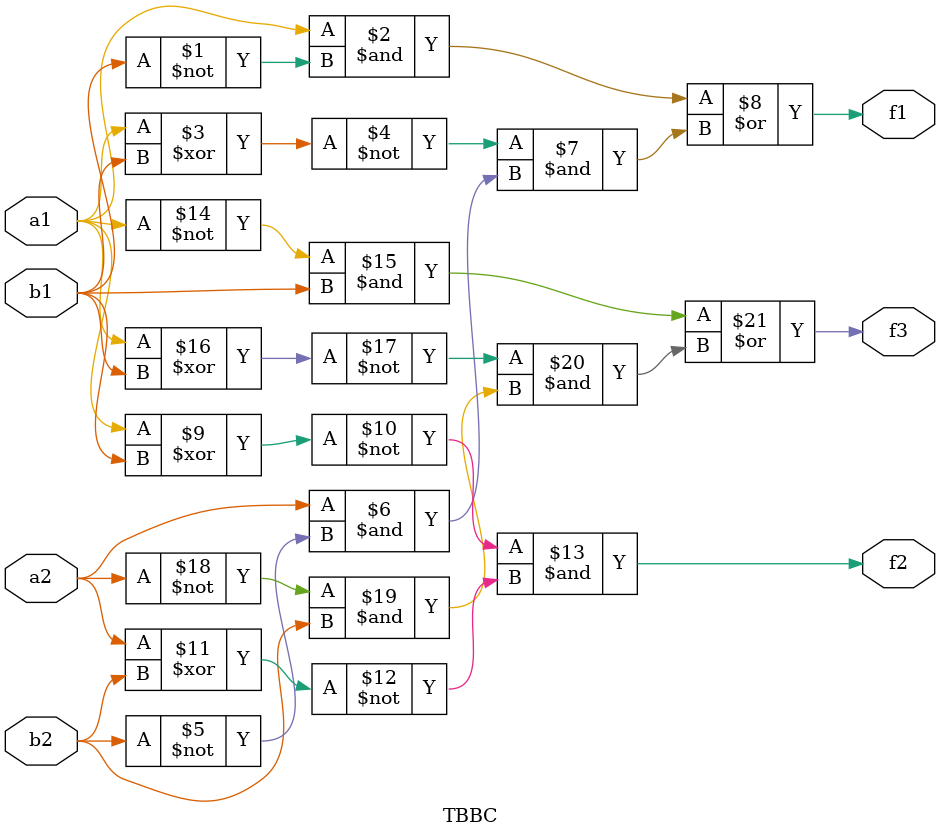
<source format=v>
`timescale 1ns / 1ps

module TBBC(
    input a1, a2, b1, b2,
    output f1, f2, f3
    );
    
    assign f1 = (a1 & ~b1) | (~(a1 ^ b1) & (a2 & ~b2));
    assign f2 = ~(a1 ^ b1) & ~(a2 ^ b2);
    assign f3 = (~a1 & b1) | (~(a1 ^ b1) & (~a2 & b2));
    
endmodule

</source>
